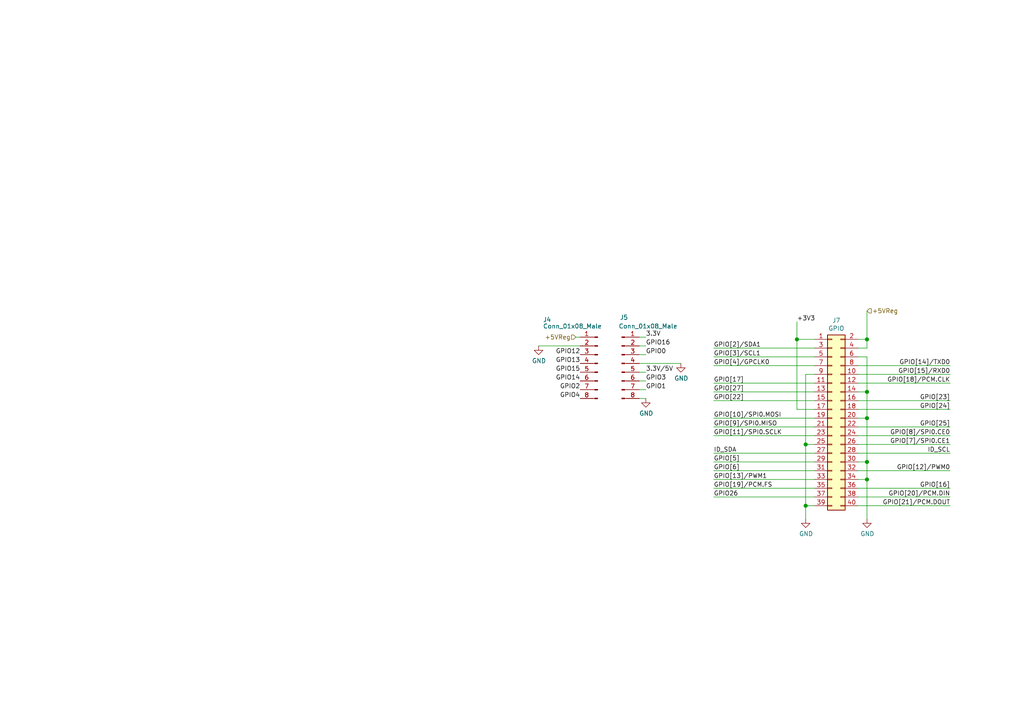
<source format=kicad_sch>
(kicad_sch (version 20230121) (generator eeschema)
  (paper "A4")
  (lib_symbols
    (symbol "Connector:Conn_01x08_Male" (pin_names (offset 1.016) hide)
      (property "Reference" "J" (at 0 10.16 0))
      (property "Value" "Conn_01x08_Male" (at 0 -12.7 0))
      (symbol "Conn_01x08_Male_1_1"
        (polyline (pts (xy 1.27 -10.16) (xy 0.8636 -10.16)) (stroke (width 0.1524)))
        (polyline (pts (xy 1.27 -7.62) (xy 0.8636 -7.62)) (stroke (width 0.1524)))
        (polyline (pts (xy 1.27 -5.08) (xy 0.8636 -5.08)) (stroke (width 0.1524)))
        (polyline (pts (xy 1.27 -2.54) (xy 0.8636 -2.54)) (stroke (width 0.1524)))
        (polyline (pts (xy 1.27 0) (xy 0.8636 0)) (stroke (width 0.1524)))
        (polyline (pts (xy 1.27 2.54) (xy 0.8636 2.54)) (stroke (width 0.1524)))
        (polyline (pts (xy 1.27 5.08) (xy 0.8636 5.08)) (stroke (width 0.1524)))
        (polyline (pts (xy 1.27 7.62) (xy 0.8636 7.62)) (stroke (width 0.1524)))
        (rectangle (start 0.8636 -10.033) (end 0 -10.287) (stroke (width 0.1524)) (fill (type outline)))
        (rectangle (start 0.8636 -7.493) (end 0 -7.747) (stroke (width 0.1524)) (fill (type outline)))
        (rectangle (start 0.8636 -4.953) (end 0 -5.207) (stroke (width 0.1524)) (fill (type outline)))
        (rectangle (start 0.8636 -2.413) (end 0 -2.667) (stroke (width 0.1524)) (fill (type outline)))
        (rectangle (start 0.8636 0.127) (end 0 -0.127) (stroke (width 0.1524)) (fill (type outline)))
        (rectangle (start 0.8636 2.667) (end 0 2.413) (stroke (width 0.1524)) (fill (type outline)))
        (rectangle (start 0.8636 5.207) (end 0 4.953) (stroke (width 0.1524)) (fill (type outline)))
        (rectangle (start 0.8636 7.747) (end 0 7.493) (stroke (width 0.1524)) (fill (type outline)))
        (pin passive line (at 5.08 7.62 180) (length 3.81) (name "Pin_1") (number "1"))
        (pin passive line (at 5.08 5.08 180) (length 3.81) (name "Pin_2") (number "2"))
        (pin passive line (at 5.08 2.54 180) (length 3.81) (name "Pin_3") (number "3"))
        (pin passive line (at 5.08 0 180) (length 3.81) (name "Pin_4") (number "4"))
        (pin passive line (at 5.08 -2.54 180) (length 3.81) (name "Pin_5") (number "5"))
        (pin passive line (at 5.08 -5.08 180) (length 3.81) (name "Pin_6") (number "6"))
        (pin passive line (at 5.08 -7.62 180) (length 3.81) (name "Pin_7") (number "7"))
        (pin passive line (at 5.08 -10.16 180) (length 3.81) (name "Pin_8") (number "8"))
      )
    )
    (symbol "Connector_Generic:Conn_02x20_Odd_Even" (pin_names (offset 1.016) hide)
      (property "Reference" "J" (at 1.27 25.4 0))
      (property "Value" "Conn_02x20_Odd_Even" (at 1.27 -27.94 0))
      (symbol "Conn_02x20_Odd_Even_1_1"
        (rectangle (start -1.27 -25.273) (end 0 -25.527) (stroke (width 0.1524)))
        (rectangle (start -1.27 -22.733) (end 0 -22.987) (stroke (width 0.1524)))
        (rectangle (start -1.27 -20.193) (end 0 -20.447) (stroke (width 0.1524)))
        (rectangle (start -1.27 -17.653) (end 0 -17.907) (stroke (width 0.1524)))
        (rectangle (start -1.27 -15.113) (end 0 -15.367) (stroke (width 0.1524)))
        (rectangle (start -1.27 -12.573) (end 0 -12.827) (stroke (width 0.1524)))
        (rectangle (start -1.27 -10.033) (end 0 -10.287) (stroke (width 0.1524)))
        (rectangle (start -1.27 -7.493) (end 0 -7.747) (stroke (width 0.1524)))
        (rectangle (start -1.27 -4.953) (end 0 -5.207) (stroke (width 0.1524)))
        (rectangle (start -1.27 -2.413) (end 0 -2.667) (stroke (width 0.1524)))
        (rectangle (start -1.27 0.127) (end 0 -0.127) (stroke (width 0.1524)))
        (rectangle (start -1.27 2.667) (end 0 2.413) (stroke (width 0.1524)))
        (rectangle (start -1.27 5.207) (end 0 4.953) (stroke (width 0.1524)))
        (rectangle (start -1.27 7.747) (end 0 7.493) (stroke (width 0.1524)))
        (rectangle (start -1.27 10.287) (end 0 10.033) (stroke (width 0.1524)))
        (rectangle (start -1.27 12.827) (end 0 12.573) (stroke (width 0.1524)))
        (rectangle (start -1.27 15.367) (end 0 15.113) (stroke (width 0.1524)))
        (rectangle (start -1.27 17.907) (end 0 17.653) (stroke (width 0.1524)))
        (rectangle (start -1.27 20.447) (end 0 20.193) (stroke (width 0.1524)))
        (rectangle (start -1.27 22.987) (end 0 22.733) (stroke (width 0.1524)))
        (rectangle (start -1.27 24.13) (end 3.81 -26.67) (stroke (width 0.254)) (fill (type background)))
        (rectangle (start 3.81 -25.273) (end 2.54 -25.527) (stroke (width 0.1524)))
        (rectangle (start 3.81 -22.733) (end 2.54 -22.987) (stroke (width 0.1524)))
        (rectangle (start 3.81 -20.193) (end 2.54 -20.447) (stroke (width 0.1524)))
        (rectangle (start 3.81 -17.653) (end 2.54 -17.907) (stroke (width 0.1524)))
        (rectangle (start 3.81 -15.113) (end 2.54 -15.367) (stroke (width 0.1524)))
        (rectangle (start 3.81 -12.573) (end 2.54 -12.827) (stroke (width 0.1524)))
        (rectangle (start 3.81 -10.033) (end 2.54 -10.287) (stroke (width 0.1524)))
        (rectangle (start 3.81 -7.493) (end 2.54 -7.747) (stroke (width 0.1524)))
        (rectangle (start 3.81 -4.953) (end 2.54 -5.207) (stroke (width 0.1524)))
        (rectangle (start 3.81 -2.413) (end 2.54 -2.667) (stroke (width 0.1524)))
        (rectangle (start 3.81 0.127) (end 2.54 -0.127) (stroke (width 0.1524)))
        (rectangle (start 3.81 2.667) (end 2.54 2.413) (stroke (width 0.1524)))
        (rectangle (start 3.81 5.207) (end 2.54 4.953) (stroke (width 0.1524)))
        (rectangle (start 3.81 7.747) (end 2.54 7.493) (stroke (width 0.1524)))
        (rectangle (start 3.81 10.287) (end 2.54 10.033) (stroke (width 0.1524)))
        (rectangle (start 3.81 12.827) (end 2.54 12.573) (stroke (width 0.1524)))
        (rectangle (start 3.81 15.367) (end 2.54 15.113) (stroke (width 0.1524)))
        (rectangle (start 3.81 17.907) (end 2.54 17.653) (stroke (width 0.1524)))
        (rectangle (start 3.81 20.447) (end 2.54 20.193) (stroke (width 0.1524)))
        (rectangle (start 3.81 22.987) (end 2.54 22.733) (stroke (width 0.1524)))
        (pin passive line (at -5.08 22.86 0) (length 3.81) (name "Pin_1") (number "1"))
        (pin passive line (at 7.62 12.7 180) (length 3.81) (name "Pin_10") (number "10"))
        (pin passive line (at -5.08 10.16 0) (length 3.81) (name "Pin_11") (number "11"))
        (pin passive line (at 7.62 10.16 180) (length 3.81) (name "Pin_12") (number "12"))
        (pin passive line (at -5.08 7.62 0) (length 3.81) (name "Pin_13") (number "13"))
        (pin passive line (at 7.62 7.62 180) (length 3.81) (name "Pin_14") (number "14"))
        (pin passive line (at -5.08 5.08 0) (length 3.81) (name "Pin_15") (number "15"))
        (pin passive line (at 7.62 5.08 180) (length 3.81) (name "Pin_16") (number "16"))
        (pin passive line (at -5.08 2.54 0) (length 3.81) (name "Pin_17") (number "17"))
        (pin passive line (at 7.62 2.54 180) (length 3.81) (name "Pin_18") (number "18"))
        (pin passive line (at -5.08 0 0) (length 3.81) (name "Pin_19") (number "19"))
        (pin passive line (at 7.62 22.86 180) (length 3.81) (name "Pin_2") (number "2"))
        (pin passive line (at 7.62 0 180) (length 3.81) (name "Pin_20") (number "20"))
        (pin passive line (at -5.08 -2.54 0) (length 3.81) (name "Pin_21") (number "21"))
        (pin passive line (at 7.62 -2.54 180) (length 3.81) (name "Pin_22") (number "22"))
        (pin passive line (at -5.08 -5.08 0) (length 3.81) (name "Pin_23") (number "23"))
        (pin passive line (at 7.62 -5.08 180) (length 3.81) (name "Pin_24") (number "24"))
        (pin passive line (at -5.08 -7.62 0) (length 3.81) (name "Pin_25") (number "25"))
        (pin passive line (at 7.62 -7.62 180) (length 3.81) (name "Pin_26") (number "26"))
        (pin passive line (at -5.08 -10.16 0) (length 3.81) (name "Pin_27") (number "27"))
        (pin passive line (at 7.62 -10.16 180) (length 3.81) (name "Pin_28") (number "28"))
        (pin passive line (at -5.08 -12.7 0) (length 3.81) (name "Pin_29") (number "29"))
        (pin passive line (at -5.08 20.32 0) (length 3.81) (name "Pin_3") (number "3"))
        (pin passive line (at 7.62 -12.7 180) (length 3.81) (name "Pin_30") (number "30"))
        (pin passive line (at -5.08 -15.24 0) (length 3.81) (name "Pin_31") (number "31"))
        (pin passive line (at 7.62 -15.24 180) (length 3.81) (name "Pin_32") (number "32"))
        (pin passive line (at -5.08 -17.78 0) (length 3.81) (name "Pin_33") (number "33"))
        (pin passive line (at 7.62 -17.78 180) (length 3.81) (name "Pin_34") (number "34"))
        (pin passive line (at -5.08 -20.32 0) (length 3.81) (name "Pin_35") (number "35"))
        (pin passive line (at 7.62 -20.32 180) (length 3.81) (name "Pin_36") (number "36"))
        (pin passive line (at -5.08 -22.86 0) (length 3.81) (name "Pin_37") (number "37"))
        (pin passive line (at 7.62 -22.86 180) (length 3.81) (name "Pin_38") (number "38"))
        (pin passive line (at -5.08 -25.4 0) (length 3.81) (name "Pin_39") (number "39"))
        (pin passive line (at 7.62 20.32 180) (length 3.81) (name "Pin_4") (number "4"))
        (pin passive line (at 7.62 -25.4 180) (length 3.81) (name "Pin_40") (number "40"))
        (pin passive line (at -5.08 17.78 0) (length 3.81) (name "Pin_5") (number "5"))
        (pin passive line (at 7.62 17.78 180) (length 3.81) (name "Pin_6") (number "6"))
        (pin passive line (at -5.08 15.24 0) (length 3.81) (name "Pin_7") (number "7"))
        (pin passive line (at 7.62 15.24 180) (length 3.81) (name "Pin_8") (number "8"))
        (pin passive line (at -5.08 12.7 0) (length 3.81) (name "Pin_9") (number "9"))
      )
    )
    (symbol "power:GND" (power) (pin_names (offset 0))
      (property "Value" "GND" (at 0 -3.81 0))
      (symbol "GND_0_1"
        (polyline (pts (xy 0 0) (xy 0 -1.27) (xy 1.27 -1.27) (xy 0 -2.54) (xy -1.27 -1.27) (xy 0 -1.27)))
      )
      (symbol "GND_1_1"
        (pin power_in line (at 0 0 270) (length 0) hide (name "GND") (number "1"))
      )
    )
  )
  (junction (at 231.14 98.425) (diameter 1.016))
  (junction (at 233.68 146.685) (diameter 1.016))
  (junction (at 251.46 121.285) (diameter 1.016))
  (junction (at 233.68 128.905) (diameter 1.016))
  (junction (at 251.46 133.985) (diameter 1.016))
  (junction (at 251.46 98.425) (diameter 1.016))
  (junction (at 251.46 113.665) (diameter 1.016))
  (junction (at 251.46 139.065) (diameter 1.016))
  (wire (pts (xy 251.46 139.065) (xy 251.46 150.495)))
  (wire (pts (xy 187.325 107.95) (xy 185.42 107.95)))
  (wire (pts (xy 207.01 113.665) (xy 236.22 113.665)))
  (wire (pts (xy 233.68 146.685) (xy 233.68 150.495)))
  (wire (pts (xy 233.68 108.585) (xy 236.22 108.585)))
  (wire (pts (xy 248.92 126.365) (xy 275.59 126.365)))
  (wire (pts (xy 251.46 139.065) (xy 248.92 139.065)))
  (wire (pts (xy 248.92 144.145) (xy 275.59 144.145)))
  (wire (pts (xy 187.325 97.79) (xy 185.42 97.79)))
  (wire (pts (xy 248.92 136.525) (xy 275.59 136.525)))
  (wire (pts (xy 187.325 100.33) (xy 185.42 100.33)))
  (wire (pts (xy 248.92 141.605) (xy 275.59 141.605)))
  (wire (pts (xy 187.325 115.57) (xy 185.42 115.57)))
  (wire (pts (xy 156.21 100.33) (xy 168.275 100.33)))
  (wire (pts (xy 251.46 90.17) (xy 251.46 98.425)))
  (wire (pts (xy 251.46 98.425) (xy 248.92 98.425)))
  (wire (pts (xy 233.68 108.585) (xy 233.68 128.905)))
  (wire (pts (xy 248.92 111.125) (xy 275.59 111.125)))
  (wire (pts (xy 233.68 128.905) (xy 233.68 146.685)))
  (wire (pts (xy 207.01 144.145) (xy 236.22 144.145)))
  (wire (pts (xy 236.22 131.445) (xy 207.01 131.445)))
  (wire (pts (xy 207.01 141.605) (xy 236.22 141.605)))
  (wire (pts (xy 187.325 102.87) (xy 185.42 102.87)))
  (wire (pts (xy 248.92 106.045) (xy 275.59 106.045)))
  (wire (pts (xy 187.325 110.49) (xy 185.42 110.49)))
  (wire (pts (xy 248.92 128.905) (xy 275.59 128.905)))
  (wire (pts (xy 207.01 126.365) (xy 236.22 126.365)))
  (wire (pts (xy 167.005 97.79) (xy 168.275 97.79)))
  (wire (pts (xy 236.22 121.285) (xy 207.01 121.285)))
  (wire (pts (xy 251.46 103.505) (xy 248.92 103.505)))
  (wire (pts (xy 185.42 105.41) (xy 197.485 105.41)))
  (wire (pts (xy 248.92 123.825) (xy 275.59 123.825)))
  (wire (pts (xy 231.14 98.425) (xy 231.14 118.745)))
  (wire (pts (xy 207.01 133.985) (xy 236.22 133.985)))
  (wire (pts (xy 248.92 108.585) (xy 275.59 108.585)))
  (wire (pts (xy 236.22 139.065) (xy 207.01 139.065)))
  (wire (pts (xy 251.46 113.665) (xy 248.92 113.665)))
  (wire (pts (xy 251.46 98.425) (xy 251.46 100.965)))
  (wire (pts (xy 251.46 121.285) (xy 251.46 133.985)))
  (wire (pts (xy 207.01 123.825) (xy 236.22 123.825)))
  (wire (pts (xy 231.14 98.425) (xy 236.22 98.425)))
  (wire (pts (xy 251.46 113.665) (xy 251.46 121.285)))
  (wire (pts (xy 187.325 113.03) (xy 185.42 113.03)))
  (wire (pts (xy 236.22 100.965) (xy 207.01 100.965)))
  (wire (pts (xy 248.92 131.445) (xy 275.59 131.445)))
  (wire (pts (xy 231.14 93.345) (xy 231.14 98.425)))
  (wire (pts (xy 231.14 118.745) (xy 236.22 118.745)))
  (wire (pts (xy 207.01 116.205) (xy 236.22 116.205)))
  (wire (pts (xy 248.92 116.205) (xy 275.59 116.205)))
  (wire (pts (xy 251.46 100.965) (xy 248.92 100.965)))
  (wire (pts (xy 233.68 128.905) (xy 236.22 128.905)))
  (wire (pts (xy 251.46 121.285) (xy 248.92 121.285)))
  (wire (pts (xy 251.46 133.985) (xy 248.92 133.985)))
  (wire (pts (xy 207.01 136.525) (xy 236.22 136.525)))
  (wire (pts (xy 251.46 103.505) (xy 251.46 113.665)))
  (wire (pts (xy 207.01 106.045) (xy 236.22 106.045)))
  (wire (pts (xy 207.01 103.505) (xy 236.22 103.505)))
  (wire (pts (xy 236.22 111.125) (xy 207.01 111.125)))
  (wire (pts (xy 248.92 146.685) (xy 275.59 146.685)))
  (wire (pts (xy 233.68 146.685) (xy 236.22 146.685)))
  (wire (pts (xy 251.46 133.985) (xy 251.46 139.065)))
  (wire (pts (xy 248.92 118.745) (xy 275.59 118.745)))
  (label "GPIO[19]{slash}PCM.FS" (at 207.01 141.605 0))
  (label "GPIO13" (at 168.275 105.41 180))
  (label "GPIO[20]{slash}PCM.DIN" (at 275.59 144.145 180))
  (label "GPIO[13]{slash}PWM1" (at 207.01 139.065 0))
  (label "ID_SDA" (at 207.01 131.445 0))
  (label "GPIO[2]{slash}SDA1" (at 207.01 100.965 0))
  (label "GPIO0" (at 187.325 102.87 0))
  (label "GPIO12" (at 168.275 102.87 180))
  (label "GPIO1" (at 187.325 113.03 0))
  (label "GPIO3" (at 187.325 110.49 0))
  (label "GPIO[4]{slash}GPCLK0" (at 207.01 106.045 0))
  (label "GPIO[16]" (at 275.59 141.605 180))
  (label "GPIO[7]{slash}SPI0.CE1" (at 275.59 128.905 180))
  (label "GPIO[11]{slash}SPI0.SCLK" (at 207.01 126.365 0))
  (label "GPIO2" (at 168.275 113.03 180))
  (label "GPIO[24]" (at 275.59 118.745 180))
  (label "GPIO[6]" (at 207.01 136.525 0))
  (label "GPIO[14]{slash}TXD0" (at 275.59 106.045 180))
  (label "GPIO14" (at 168.275 110.49 180))
  (label "GPIO[25]" (at 275.59 123.825 180))
  (label "GPIO[21]{slash}PCM.DOUT" (at 275.59 146.685 180))
  (label "GPIO16" (at 187.325 100.33 0))
  (label "GPIO[3]{slash}SCL1" (at 207.01 103.505 0))
  (label "GPIO[10]{slash}SPI0.MOSI" (at 207.01 121.285 0))
  (label "GPIO4" (at 168.275 115.57 180))
  (label "GPIO[27]" (at 207.01 113.665 0))
  (label "3.3V{slash}5V" (at 187.325 107.95 0))
  (label "GPIO15" (at 168.275 107.95 180))
  (label "GPIO[18]{slash}PCM.CLK" (at 275.59 111.125 180))
  (label "ID_SCL" (at 275.59 131.445 180))
  (label "GPIO[12]{slash}PWM0" (at 275.59 136.525 180))
  (label "GPIO[22]" (at 207.01 116.205 0))
  (label "GPIO[17]" (at 207.01 111.125 0))
  (label "+3V3" (at 231.14 93.345 0))
  (label "GPIO[8]{slash}SPI0.CE0" (at 275.59 126.365 180))
  (label "GPIO[9]{slash}SPI0.MISO" (at 207.01 123.825 0))
  (label "GPIO26" (at 207.01 144.145 0))
  (label "GPIO[23]" (at 275.59 116.205 180))
  (label "GPIO[15]{slash}RXD0" (at 275.59 108.585 180))
  (label "GPIO[5]" (at 207.01 133.985 0))
  (label "3.3V" (at 187.325 97.79 0))
  (hierarchical_label "+5VReg" (shape input) (at 167.005 97.79 180))
  (hierarchical_label "+5VReg" (shape input) (at 251.46 90.17 0))
  (symbol (lib_id "Connector:Conn_01x08_Male") (at 180.34 105.41 0) (unit 1)
    (property "Reference" "J5" (at 180.975 92.075 0))
    (property "Value" "Conn_01x08_Male" (at 187.96 94.615 0))
    (property "Footprint" "Connector_PinSocket_2.54mm:PinSocket_1x08_P2.54mm_Vertical" (effects hide))
    (property "Populate" "No" (effects hide))
  )
  (symbol (lib_id "Connector:Conn_01x08_Male") (at 173.355 105.41 0) (mirror y) (unit 1)
    (property "Reference" "J4" (at 157.48 92.71 0) (effects (justify right)))
    (property "Value" "Conn_01x08_Male" (at 157.48 94.615 0) (effects (justify right)))
    (property "Footprint" "Connector_PinSocket_2.54mm:PinSocket_1x08_P2.54mm_Vertical" (effects hide))
    (property "Populate" "No" (effects hide))
  )
  (symbol (lib_id "Connector_Generic:Conn_02x20_Odd_Even") (at 241.3 121.285 0) (unit 1)
    (property "Reference" "J7" (at 242.57 92.9448 0))
    (property "Value" "GPIO" (at 242.57 95.25 0))
    (property "Footprint" "Connector_PinSocket_2.54mm:PinSocket_2x20_P2.54mm_Vertical" (effects hide))
    (property "Populate" "No" (effects hide))
  )
  (symbol (lib_id "power:GND") (at 197.485 105.41 0) (unit 1)
    (property "Reference" "#PWR0102" (effects hide))
    (property "Value" "GND" (at 197.5993 109.7344 0))
  )
  (symbol (lib_id "power:GND") (at 187.325 115.57 0) (unit 1)
    (property "Reference" "#PWR0101" (effects hide))
    (property "Value" "GND" (at 187.4393 119.8944 0))
  )
  (symbol (lib_id "power:GND") (at 251.46 150.495 0) (unit 1)
    (property "Reference" "#PWR0105" (effects hide))
    (property "Value" "GND" (at 251.5743 154.8194 0))
  )
  (symbol (lib_id "power:GND") (at 233.68 150.495 0) (unit 1)
    (property "Reference" "#PWR0104" (effects hide))
    (property "Value" "GND" (at 233.7943 154.8194 0))
  )
  (symbol (lib_id "power:GND") (at 156.21 100.33 0) (unit 1)
    (property "Reference" "#PWR0103" (effects hide))
    (property "Value" "GND" (at 156.3243 104.6544 0))
  )
)
</source>
